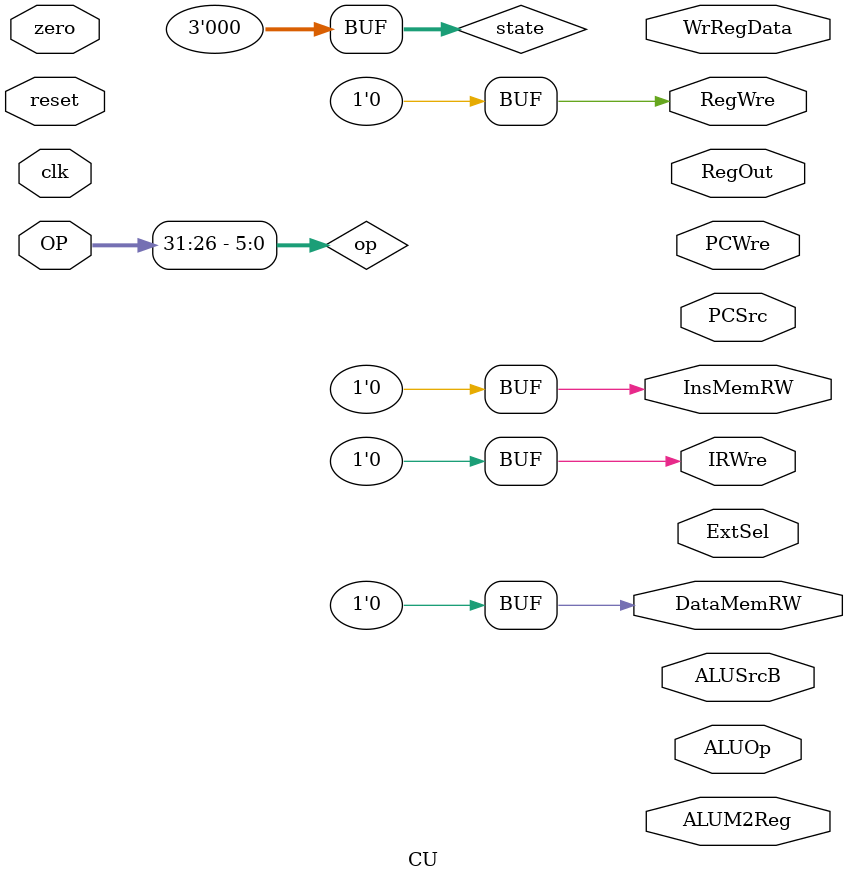
<source format=v>
`timescale 1ns / 1ps
module CU(clk,
			reset,
			zero,
			OP,
			PCWre,
			ALUSrcB,
			ALUM2Reg,
			RegWre,
			WrRegData,
			InsMemRW,
			DataMemRW,
			IRWre,
			ALUOp,
			PCSrc,
			RegOut,
			ExtSel);

	input clk, reset, zero;
	input[31:0] OP;
	output reg PCWre, ALUSrcB, ALUM2Reg, RegWre, WrRegData, InsMemRW, DataMemRW, IRWre;
	output reg[1:0] PCSrc, RegOut, ExtSel;
	output reg[2:0] ALUOp;

	wire[5:0] op;

	reg[2:0] state;
	reg[2:0] nextState;
	
	assign op = OP[31:26];
	
	
	
	always @*
		begin
		
			RegWre <= 0;
			InsMemRW <= 0;
			DataMemRW <= 0;
			IRWre <= 0;
			
			//PCWre <= 0;
			//ALUSrcB <= 0;
			//ALUM2Reg <= 0;
			//WrRegData <= 0;
			//ALUOp <= 3'b000;
			//PCSrc <= 2'b00;
			//RegOut <= 2'b00;
			//ExtSel <= 2'b00;
			
			case(state)
				3'b000: // IF
					begin
						PCWre <= 1;
						RegWre <= 0;
						InsMemRW <= 0;
						DataMemRW <= 0;
						IRWre <= 1;
						PCSrc <= 2'b00;
						
						nextState <= 3'b001;
					end
				3'b001: // ID
					begin
						if (op == 6'b111000) // j
							begin
								PCWre <= 1;
								RegWre <= 0;
								InsMemRW <= 0;
								DataMemRW <= 0;
								IRWre <= 0;
								PCSrc <= 2'b11;
								
								nextState <= 3'b000;
							end
						else if (op == 6'b111010) // jal
							begin
								PCWre <= 1;
								RegWre <= 1;
								WrRegData <= 0;
								InsMemRW <= 0;
								DataMemRW <= 0;
								IRWre <= 0;
								PCSrc <= 2'b11;
								RegOut <= 2'b00;
								
								nextState <= 3'b000;
							end
						else if (op == 6'b111001) // jr
							begin
								PCWre <= 1;
								RegWre <= 0;
								InsMemRW <= 0;
								DataMemRW <= 0;
								IRWre <= 0;
								PCSrc <= 2'b10;
								
								nextState <= 3'b000;
							end
						else if (op == 6'b111111) // halt
							begin
								PCWre <= 0;
								IRWre <= 0;
								
								nextState <= 3'b001;
							end
						else //·ÇÌø×ªÖ¸Áî
							begin
								PCWre <= 0;
								RegWre <= 0;
								InsMemRW <= 0;
								DataMemRW <= 0;
								IRWre <= 0;
								
								if (op == 6'b110000 || op == 6'b110001) nextState <= 3'b010;
								else if (op == 6'b110100) nextState <= 3'b101;
								else nextState <= 3'b110;
							end
					end
				3'b110: //  EXE ËãÊýÂß¼­ÔËËã
					begin
						if (op == 6'b000000) // add
							begin
								PCWre <= 0;
								ALUSrcB <= 0;
								RegWre <= 0;
								InsMemRW <= 0;
								DataMemRW <= 0;
								IRWre <= 0;
								ALUOp <= 3'b000;
							end
						else if (op == 6'b000001) // sub
							begin
								PCWre <= 0;
								ALUSrcB <= 0;
								RegWre <= 0;
								InsMemRW <= 0;
								DataMemRW <= 0;
								IRWre <= 0;
								ALUOp <= 3'b001;
							end
						else if (op == 6'b000010) // addi
							begin
								PCWre <= 0;
								ALUSrcB <= 1;
								RegWre <= 0;
								InsMemRW <= 0;
								DataMemRW <= 0;
								IRWre <= 0;
								ALUOp <= 3'b000;
								ExtSel <= 2'b10;
							end
						else if (op == 6'b010000) // or
							begin
								PCWre <= 0;
								ALUSrcB <= 0;
								RegWre <= 0;
								InsMemRW <= 0;
								DataMemRW <= 0;
								IRWre <= 0;
								ALUOp <= 3'b101;
							end
						else if (op == 6'b010001) // and
							begin
								PCWre <= 0;
								ALUSrcB <= 0;
								RegWre <= 0;
								InsMemRW <= 0;
								DataMemRW <= 0;
								IRWre <= 0;
								ALUOp <= 3'b110;
							end
						else if (op == 6'b010010) // ori
							begin
								PCWre <= 0;
								ALUSrcB <= 1;
								RegWre <= 0;
								InsMemRW <= 0;
								DataMemRW <= 0;
								IRWre <= 0;
								ALUOp <= 3'b101;
								ExtSel <= 2'b01;
							end
						else if (op == 6'b100000) // move
							begin
								PCWre <= 0;
								ALUSrcB <= 0;
								RegWre <= 0;
								InsMemRW <= 0;
								DataMemRW <= 0;
								IRWre <= 0;
								ALUOp <= 3'b000;
							end
						else if (op == 6'b100111) // slt
							begin
								PCWre <= 0;
								ALUSrcB <= 0;
								RegWre <= 0;
								InsMemRW <= 0;
								DataMemRW <= 0;
								IRWre <= 0;
								ALUOp <= 3'b010;
							end
						else if (op == 6'b011000) // sll
							begin
								PCWre <= 0;
								ALUSrcB <= 1;
								RegWre <= 0;
								InsMemRW <= 0;
								DataMemRW <= 0;
								IRWre <= 0;
								ALUOp <= 3'b100;
								ExtSel <= 2'b00;
							end
						
						ALUM2Reg <= 0;
						nextState <= 3'b111;
					end
				3'b101: // EXE   beq
					begin
						if (zero == 0)  // ²»·¢ÉúÌø×ª
							begin
								PCWre <= 0;
								ALUSrcB <= 0;
								RegWre <= 0;
								InsMemRW <= 0;
								DataMemRW <= 0;
								IRWre <= 0;
								ALUOp <= 3'b001;
							end
						else if (zero == 1)  // Ìø×ª
							begin
								PCWre <= 1;
								ALUSrcB <= 0;
								RegWre <= 0;
								InsMemRW <= 0;
								DataMemRW <= 0;
								IRWre <= 0;
								ALUOp <= 3'b001;
								PCSrc <= 2'b01;
								ExtSel <= 2'b10;
							end
							
						nextState <= 3'b000;
					end
				3'b010:  //  EXE sw, lw
					begin
						if (op == 6'b110000) // sw
							begin
								PCWre <= 0;
								ALUSrcB <= 1;
								RegWre <= 0;
								InsMemRW <= 0;
								DataMemRW <= 0;
								IRWre <= 0;
								ALUOp <= 3'b000;
								ExtSel <= 2'b10;
							end
						else if (op == 6'b110001) // lw
							begin
								PCWre <= 0;
								ALUSrcB <= 1;
								RegWre <= 0;
								InsMemRW <= 0;
								DataMemRW <= 0;
								IRWre <= 0;
								ALUOp <= 3'b000;
								ExtSel <= 2'b10;
								
								ALUM2Reg <= 1;
							end
						
						nextState <= 3'b011;
					end
				3'b011: //  MEM
					begin
						if (op == 6'b110000) // sw
							begin
								PCWre <= 0;
								RegWre <= 0;
								InsMemRW <= 0;
								DataMemRW <= 1;
								IRWre <= 0;
								
								nextState <= 3'b000;
							end
						else if (op == 6'b110001) // lw
							begin
								PCWre <= 0;
								RegWre <= 0;
								InsMemRW <= 0;
								DataMemRW <= 0;
								IRWre <= 0;								
								ALUM2Reg <= 1;//
								
								nextState <= 3'b100;
							end
					end
				3'b100: //  WB   lw
					begin
						PCWre <= 0;
						//ALUM2Reg <= 1;
						RegWre <= 1;
						WrRegData <= 1;
						InsMemRW <= 0;
						DataMemRW <= 0;
						IRWre <= 0;
						RegOut <= 2'b01;
								
						nextState <= 3'b000;
					end
					
				3'b111:  //  WB  ËãÊõÂß¼­ÔËËã½á¹û
					begin
						if (op == 6'b000000 || op == 6'b000001 || op == 6'b010000 || op == 6'b010001 || op == 6'b011000 ||
								op == 6'b100000 || op == 6'b100111)
							//  add              sub                 or                  and                 sll
							//  move             slt
							begin
								PCWre <= 0;
								ALUM2Reg <= 0;
								RegWre <= 1;
								WrRegData <= 1;
								InsMemRW <= 0;
								DataMemRW <= 0;
								IRWre <= 0;
								RegOut <= 2'b10;
							end
						else if (op == 6'b000010 || op == 6'b010010)
									//   addi             ori
							begin
								PCWre <= 0;
								ALUM2Reg <= 0;
								RegWre <= 1;
								WrRegData <= 1;
								InsMemRW <= 0;
								DataMemRW <= 0;
								IRWre <= 0;
								RegOut <= 2'b01;
							end
						
						nextState <= 3'b000;
					end
				default:
					state <= 3'b000;
			endcase						
		
		end
		
	
	always @(posedge clk)
		begin
			if (reset) state <= 3'b000;
			else state <= nextState;
		end
	
endmodule



























</source>
